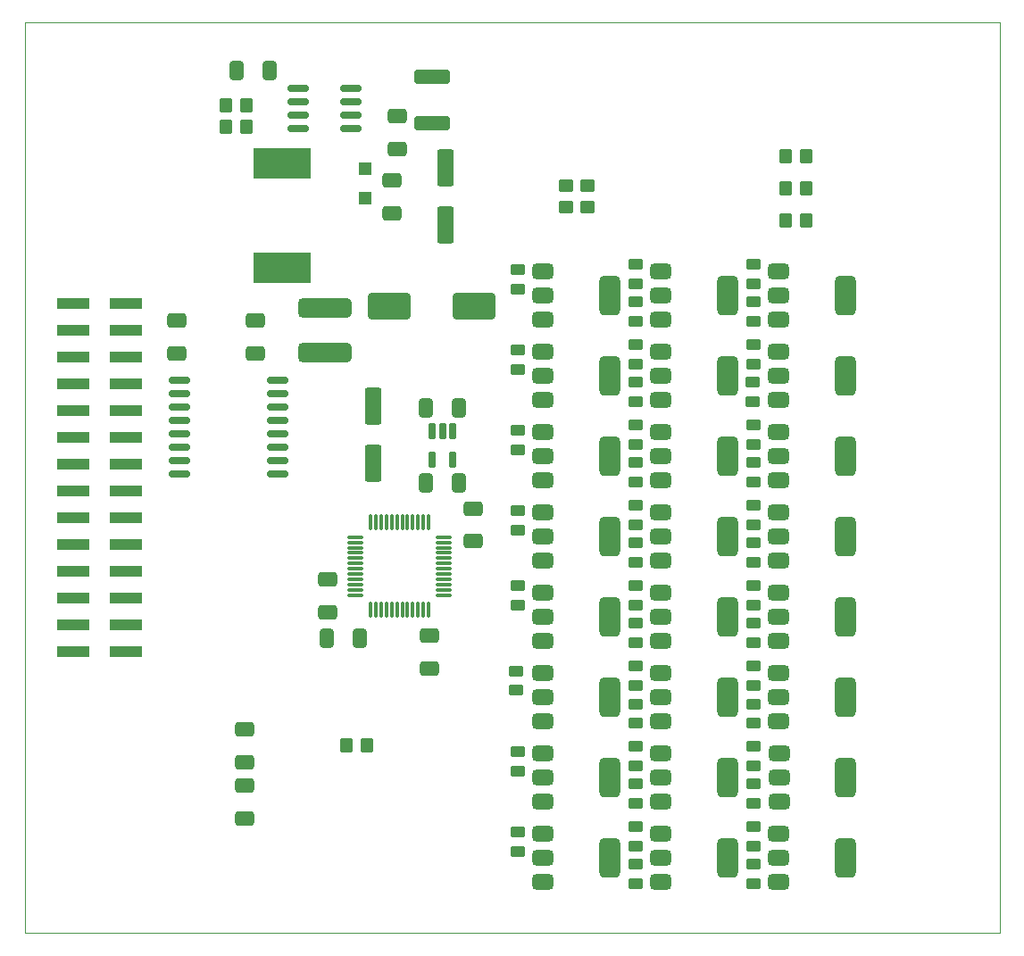
<source format=gtp>
%TF.GenerationSoftware,KiCad,Pcbnew,8.0.0*%
%TF.CreationDate,2024-05-10T19:48:46+02:00*%
%TF.ProjectId,plc_io_module,706c635f-696f-45f6-9d6f-64756c652e6b,1.0.0*%
%TF.SameCoordinates,Original*%
%TF.FileFunction,Paste,Top*%
%TF.FilePolarity,Positive*%
%FSLAX46Y46*%
G04 Gerber Fmt 4.6, Leading zero omitted, Abs format (unit mm)*
G04 Created by KiCad (PCBNEW 8.0.0) date 2024-05-10 19:48:46*
%MOMM*%
%LPD*%
G01*
G04 APERTURE LIST*
G04 Aperture macros list*
%AMRoundRect*
0 Rectangle with rounded corners*
0 $1 Rounding radius*
0 $2 $3 $4 $5 $6 $7 $8 $9 X,Y pos of 4 corners*
0 Add a 4 corners polygon primitive as box body*
4,1,4,$2,$3,$4,$5,$6,$7,$8,$9,$2,$3,0*
0 Add four circle primitives for the rounded corners*
1,1,$1+$1,$2,$3*
1,1,$1+$1,$4,$5*
1,1,$1+$1,$6,$7*
1,1,$1+$1,$8,$9*
0 Add four rect primitives between the rounded corners*
20,1,$1+$1,$2,$3,$4,$5,0*
20,1,$1+$1,$4,$5,$6,$7,0*
20,1,$1+$1,$6,$7,$8,$9,0*
20,1,$1+$1,$8,$9,$2,$3,0*%
G04 Aperture macros list end*
%ADD10RoundRect,0.250000X-0.650000X0.412500X-0.650000X-0.412500X0.650000X-0.412500X0.650000X0.412500X0*%
%ADD11RoundRect,0.250000X0.412500X0.650000X-0.412500X0.650000X-0.412500X-0.650000X0.412500X-0.650000X0*%
%ADD12RoundRect,0.150000X-0.875000X-0.150000X0.875000X-0.150000X0.875000X0.150000X-0.875000X0.150000X0*%
%ADD13RoundRect,0.375000X-0.625000X-0.375000X0.625000X-0.375000X0.625000X0.375000X-0.625000X0.375000X0*%
%ADD14RoundRect,0.500000X-0.500000X-1.400000X0.500000X-1.400000X0.500000X1.400000X-0.500000X1.400000X0*%
%ADD15RoundRect,0.250000X0.450000X-0.262500X0.450000X0.262500X-0.450000X0.262500X-0.450000X-0.262500X0*%
%ADD16R,3.150000X1.000000*%
%ADD17RoundRect,0.250000X0.650000X-0.412500X0.650000X0.412500X-0.650000X0.412500X-0.650000X-0.412500X0*%
%ADD18RoundRect,0.250000X-0.350000X-0.450000X0.350000X-0.450000X0.350000X0.450000X-0.350000X0.450000X0*%
%ADD19RoundRect,0.250000X0.450000X-0.350000X0.450000X0.350000X-0.450000X0.350000X-0.450000X-0.350000X0*%
%ADD20RoundRect,0.250000X-1.750000X-1.000000X1.750000X-1.000000X1.750000X1.000000X-1.750000X1.000000X0*%
%ADD21RoundRect,0.250000X-0.450000X0.262500X-0.450000X-0.262500X0.450000X-0.262500X0.450000X0.262500X0*%
%ADD22RoundRect,0.250000X0.350000X0.450000X-0.350000X0.450000X-0.350000X-0.450000X0.350000X-0.450000X0*%
%ADD23RoundRect,0.075000X0.075000X-0.662500X0.075000X0.662500X-0.075000X0.662500X-0.075000X-0.662500X0*%
%ADD24RoundRect,0.075000X0.662500X-0.075000X0.662500X0.075000X-0.662500X0.075000X-0.662500X-0.075000X0*%
%ADD25RoundRect,0.250000X-0.450000X0.350000X-0.450000X-0.350000X0.450000X-0.350000X0.450000X0.350000X0*%
%ADD26RoundRect,0.150000X-0.825000X-0.150000X0.825000X-0.150000X0.825000X0.150000X-0.825000X0.150000X0*%
%ADD27RoundRect,0.250000X-0.550000X1.500000X-0.550000X-1.500000X0.550000X-1.500000X0.550000X1.500000X0*%
%ADD28RoundRect,0.250000X-0.412500X-0.650000X0.412500X-0.650000X0.412500X0.650000X-0.412500X0.650000X0*%
%ADD29RoundRect,0.162500X-0.162500X0.617500X-0.162500X-0.617500X0.162500X-0.617500X0.162500X0.617500X0*%
%ADD30R,5.400000X2.900000*%
%ADD31RoundRect,0.250000X1.450000X-0.400000X1.450000X0.400000X-1.450000X0.400000X-1.450000X-0.400000X0*%
%ADD32R,1.200000X1.200000*%
%ADD33RoundRect,0.475000X-2.075000X0.475000X-2.075000X-0.475000X2.075000X-0.475000X2.075000X0.475000X0*%
%TA.AperFunction,Profile*%
%ADD34C,0.050000*%
%TD*%
G04 APERTURE END LIST*
D10*
%TO.C,C16*%
X141579600Y-101967900D03*
X141579600Y-105092900D03*
%TD*%
D11*
%TO.C,C15*%
X140246500Y-99568000D03*
X137121500Y-99568000D03*
%TD*%
D12*
%TO.C,U1*%
X113714000Y-89789000D03*
X113714000Y-91059000D03*
X113714000Y-92329000D03*
X113714000Y-93599000D03*
X113714000Y-94869000D03*
X113714000Y-96139000D03*
X113714000Y-97409000D03*
X113714000Y-98679000D03*
X123014000Y-98679000D03*
X123014000Y-97409000D03*
X123014000Y-96139000D03*
X123014000Y-94869000D03*
X123014000Y-93599000D03*
X123014000Y-92329000D03*
X123014000Y-91059000D03*
X123014000Y-89789000D03*
%TD*%
D13*
%TO.C,Q11*%
X159410000Y-94728000D03*
X159410000Y-97028000D03*
D14*
X165710000Y-97028000D03*
D13*
X159410000Y-99328000D03*
%TD*%
%TO.C,Q1*%
X148234000Y-79450500D03*
X148234000Y-81750500D03*
D14*
X154534000Y-81750500D03*
D13*
X148234000Y-84050500D03*
%TD*%
D15*
%TO.C,R24*%
X156972000Y-114704500D03*
X156972000Y-112879500D03*
%TD*%
D13*
%TO.C,Q21*%
X170586000Y-109968000D03*
X170586000Y-112268000D03*
D14*
X176886000Y-112268000D03*
D13*
X170586000Y-114568000D03*
%TD*%
D11*
%TO.C,C4*%
X122314100Y-60452000D03*
X119189100Y-60452000D03*
%TD*%
D15*
%TO.C,R29*%
X156972000Y-134008500D03*
X156972000Y-132183500D03*
%TD*%
%TO.C,R28*%
X156972000Y-129944500D03*
X156972000Y-128119500D03*
%TD*%
D16*
%TO.C,J1*%
X103647000Y-82550000D03*
X108697000Y-82550000D03*
X103647000Y-85090000D03*
X108697000Y-85090000D03*
X103647000Y-87630000D03*
X108697000Y-87630000D03*
X103647000Y-90170000D03*
X108697000Y-90170000D03*
X103647000Y-92710000D03*
X108697000Y-92710000D03*
X103647000Y-95250000D03*
X108697000Y-95250000D03*
X103647000Y-97790000D03*
X108697000Y-97790000D03*
X103647000Y-100330000D03*
X108697000Y-100330000D03*
X103647000Y-102870000D03*
X108697000Y-102870000D03*
X103647000Y-105410000D03*
X108697000Y-105410000D03*
X103647000Y-107950000D03*
X108697000Y-107950000D03*
X103647000Y-110490000D03*
X108697000Y-110490000D03*
X103647000Y-113030000D03*
X108697000Y-113030000D03*
X103647000Y-115570000D03*
X108697000Y-115570000D03*
%TD*%
D17*
%TO.C,C6*%
X127762000Y-111798500D03*
X127762000Y-108673500D03*
%TD*%
D18*
%TO.C,R3*%
X129556000Y-124460000D03*
X131556000Y-124460000D03*
%TD*%
D19*
%TO.C,R13*%
X150368000Y-73390000D03*
X150368000Y-71390000D03*
%TD*%
D13*
%TO.C,Q7*%
X148234000Y-125208000D03*
X148234000Y-127508000D03*
D14*
X154534000Y-127508000D03*
D13*
X148234000Y-129808000D03*
%TD*%
%TO.C,Q18*%
X170586000Y-87108000D03*
X170586000Y-89408000D03*
D14*
X176886000Y-89408000D03*
D13*
X170586000Y-91708000D03*
%TD*%
%TO.C,Q8*%
X148234000Y-132828000D03*
X148234000Y-135128000D03*
D14*
X154534000Y-135128000D03*
D13*
X148234000Y-137428000D03*
%TD*%
D18*
%TO.C,R48*%
X171212000Y-71628000D03*
X173212000Y-71628000D03*
%TD*%
D13*
%TO.C,Q14*%
X159410000Y-117588000D03*
X159410000Y-119888000D03*
D14*
X165710000Y-119888000D03*
D13*
X159410000Y-122188000D03*
%TD*%
D15*
%TO.C,R8*%
X145796000Y-103999000D03*
X145796000Y-102174000D03*
%TD*%
%TO.C,R6*%
X145796000Y-88796500D03*
X145796000Y-86971500D03*
%TD*%
D20*
%TO.C,C11*%
X133668000Y-82804000D03*
X141668000Y-82804000D03*
%TD*%
D21*
%TO.C,R33*%
X168148000Y-86463500D03*
X168148000Y-88288500D03*
%TD*%
%TO.C,R31*%
X168185500Y-78843500D03*
X168185500Y-80668500D03*
%TD*%
D22*
%TO.C,R1*%
X120126000Y-63754000D03*
X118126000Y-63754000D03*
%TD*%
D15*
%TO.C,R25*%
X156972000Y-118768500D03*
X156972000Y-116943500D03*
%TD*%
D23*
%TO.C,U3*%
X131870000Y-111604500D03*
X132370000Y-111604500D03*
X132870000Y-111604500D03*
X133370000Y-111604500D03*
X133870000Y-111604500D03*
X134370000Y-111604500D03*
X134870000Y-111604500D03*
X135370000Y-111604500D03*
X135870000Y-111604500D03*
X136370000Y-111604500D03*
X136870000Y-111604500D03*
X137370000Y-111604500D03*
D24*
X138782500Y-110192000D03*
X138782500Y-109692000D03*
X138782500Y-109192000D03*
X138782500Y-108692000D03*
X138782500Y-108192000D03*
X138782500Y-107692000D03*
X138782500Y-107192000D03*
X138782500Y-106692000D03*
X138782500Y-106192000D03*
X138782500Y-105692000D03*
X138782500Y-105192000D03*
X138782500Y-104692000D03*
D23*
X137370000Y-103279500D03*
X136870000Y-103279500D03*
X136370000Y-103279500D03*
X135870000Y-103279500D03*
X135370000Y-103279500D03*
X134870000Y-103279500D03*
X134370000Y-103279500D03*
X133870000Y-103279500D03*
X133370000Y-103279500D03*
X132870000Y-103279500D03*
X132370000Y-103279500D03*
X131870000Y-103279500D03*
D24*
X130457500Y-104692000D03*
X130457500Y-105192000D03*
X130457500Y-105692000D03*
X130457500Y-106192000D03*
X130457500Y-106692000D03*
X130457500Y-107192000D03*
X130457500Y-107692000D03*
X130457500Y-108192000D03*
X130457500Y-108692000D03*
X130457500Y-109192000D03*
X130457500Y-109692000D03*
X130457500Y-110192000D03*
%TD*%
D15*
%TO.C,R46*%
X168148000Y-137564500D03*
X168148000Y-135739500D03*
%TD*%
%TO.C,R26*%
X156972000Y-122362000D03*
X156972000Y-120537000D03*
%TD*%
D25*
%TO.C,R14*%
X152400000Y-71390000D03*
X152400000Y-73390000D03*
%TD*%
D21*
%TO.C,R37*%
X168148000Y-101666000D03*
X168148000Y-103491000D03*
%TD*%
D26*
%TO.C,U2*%
X125033000Y-62103000D03*
X125033000Y-63373000D03*
X125033000Y-64643000D03*
X125033000Y-65913000D03*
X129983000Y-65913000D03*
X129983000Y-64643000D03*
X129983000Y-63373000D03*
X129983000Y-62103000D03*
%TD*%
D13*
%TO.C,Q2*%
X148234000Y-87108000D03*
X148234000Y-89408000D03*
D14*
X154534000Y-89408000D03*
D13*
X148234000Y-91708000D03*
%TD*%
D27*
%TO.C,C13*%
X138938000Y-69690000D03*
X138938000Y-75090000D03*
%TD*%
D17*
%TO.C,C9*%
X133858000Y-73952500D03*
X133858000Y-70827500D03*
%TD*%
D21*
%TO.C,R39*%
X168148000Y-109323500D03*
X168148000Y-111148500D03*
%TD*%
D13*
%TO.C,Q4*%
X148234000Y-102348000D03*
X148234000Y-104648000D03*
D14*
X154534000Y-104648000D03*
D13*
X148234000Y-106948000D03*
%TD*%
%TO.C,Q20*%
X170586000Y-102348000D03*
X170586000Y-104648000D03*
D14*
X176886000Y-104648000D03*
D13*
X170586000Y-106948000D03*
%TD*%
D28*
%TO.C,C14*%
X137121500Y-92456000D03*
X140246500Y-92456000D03*
%TD*%
D15*
%TO.C,R40*%
X168148000Y-114704500D03*
X168148000Y-112879500D03*
%TD*%
D29*
%TO.C,U4*%
X139634000Y-94662000D03*
X138684000Y-94662000D03*
X137734000Y-94662000D03*
X137734000Y-97362000D03*
X139634000Y-97362000D03*
%TD*%
D17*
%TO.C,C5*%
X120904000Y-87236700D03*
X120904000Y-84111700D03*
%TD*%
D18*
%TO.C,R2*%
X118126000Y-65786000D03*
X120126000Y-65786000D03*
%TD*%
D17*
%TO.C,C1*%
X113512600Y-87236700D03*
X113512600Y-84111700D03*
%TD*%
D13*
%TO.C,Q10*%
X159410000Y-87108000D03*
X159410000Y-89408000D03*
D14*
X165710000Y-89408000D03*
D13*
X159410000Y-91708000D03*
%TD*%
D15*
%TO.C,R30*%
X156972000Y-137564500D03*
X156972000Y-135739500D03*
%TD*%
D13*
%TO.C,Q16*%
X159410000Y-132828000D03*
X159410000Y-135128000D03*
D14*
X165710000Y-135128000D03*
D13*
X159410000Y-137428000D03*
%TD*%
%TO.C,Q19*%
X170586000Y-94728000D03*
X170586000Y-97028000D03*
D14*
X176886000Y-97028000D03*
D13*
X170586000Y-99328000D03*
%TD*%
D30*
%TO.C,L1*%
X123444000Y-69218000D03*
X123444000Y-79118000D03*
%TD*%
D15*
%TO.C,R7*%
X145796000Y-96416500D03*
X145796000Y-94591500D03*
%TD*%
D13*
%TO.C,Q17*%
X170586000Y-79488000D03*
X170586000Y-81788000D03*
D14*
X176886000Y-81788000D03*
D13*
X170586000Y-84088000D03*
%TD*%
D15*
%TO.C,R12*%
X145796000Y-134516500D03*
X145796000Y-132691500D03*
%TD*%
D18*
%TO.C,R47*%
X171212000Y-68580000D03*
X173212000Y-68580000D03*
%TD*%
D15*
%TO.C,R27*%
X156972000Y-126388500D03*
X156972000Y-124563500D03*
%TD*%
%TO.C,R42*%
X168148000Y-122362000D03*
X168148000Y-120537000D03*
%TD*%
D31*
%TO.C,R4*%
X137668000Y-65471000D03*
X137668000Y-61021000D03*
%TD*%
D27*
%TO.C,C8*%
X132080000Y-92296000D03*
X132080000Y-97696000D03*
%TD*%
D15*
%TO.C,R10*%
X145620000Y-119210500D03*
X145620000Y-117385500D03*
%TD*%
D21*
%TO.C,R41*%
X168148000Y-116943500D03*
X168148000Y-118768500D03*
%TD*%
D15*
%TO.C,R11*%
X145796000Y-126896500D03*
X145796000Y-125071500D03*
%TD*%
D32*
%TO.C,D1*%
X131318000Y-72520000D03*
X131318000Y-69720000D03*
%TD*%
D15*
%TO.C,R21*%
X156972000Y-103491000D03*
X156972000Y-101666000D03*
%TD*%
D10*
%TO.C,C12*%
X137414000Y-114007500D03*
X137414000Y-117132500D03*
%TD*%
D15*
%TO.C,R36*%
X168148000Y-99464500D03*
X168148000Y-97639500D03*
%TD*%
D13*
%TO.C,Q3*%
X148234000Y-94728000D03*
X148234000Y-97028000D03*
D14*
X154534000Y-97028000D03*
D13*
X148234000Y-99328000D03*
%TD*%
D15*
%TO.C,R44*%
X168148000Y-129944500D03*
X168148000Y-128119500D03*
%TD*%
D10*
%TO.C,C3*%
X119888000Y-128231500D03*
X119888000Y-131356500D03*
%TD*%
D21*
%TO.C,R43*%
X168148000Y-124526000D03*
X168148000Y-126351000D03*
%TD*%
D15*
%TO.C,R20*%
X157009500Y-99464500D03*
X157009500Y-97639500D03*
%TD*%
D13*
%TO.C,Q9*%
X159410000Y-79488000D03*
X159410000Y-81788000D03*
D14*
X165710000Y-81788000D03*
D13*
X159410000Y-84088000D03*
%TD*%
D15*
%TO.C,R9*%
X145796000Y-111148500D03*
X145796000Y-109323500D03*
%TD*%
%TO.C,R34*%
X168132000Y-91844500D03*
X168132000Y-90019500D03*
%TD*%
%TO.C,R5*%
X145833500Y-81139000D03*
X145833500Y-79314000D03*
%TD*%
D11*
%TO.C,C7*%
X130848500Y-114300000D03*
X127723500Y-114300000D03*
%TD*%
D13*
%TO.C,Q6*%
X148234000Y-117588000D03*
X148234000Y-119888000D03*
D14*
X154534000Y-119888000D03*
D13*
X148234000Y-122188000D03*
%TD*%
D15*
%TO.C,R17*%
X156972000Y-88288500D03*
X156972000Y-86463500D03*
%TD*%
%TO.C,R18*%
X156972000Y-91844500D03*
X156972000Y-90019500D03*
%TD*%
%TO.C,R16*%
X157009500Y-84224500D03*
X157009500Y-82399500D03*
%TD*%
%TO.C,R23*%
X156972000Y-111148500D03*
X156972000Y-109323500D03*
%TD*%
D33*
%TO.C,L2*%
X127508000Y-82990000D03*
X127508000Y-87190000D03*
%TD*%
D13*
%TO.C,Q13*%
X159410000Y-109968000D03*
X159410000Y-112268000D03*
D14*
X165710000Y-112268000D03*
D13*
X159410000Y-114568000D03*
%TD*%
D15*
%TO.C,R32*%
X168185500Y-84224500D03*
X168185500Y-82399500D03*
%TD*%
D21*
%TO.C,R35*%
X168148000Y-94083500D03*
X168148000Y-95908500D03*
%TD*%
D10*
%TO.C,C10*%
X134366000Y-64731500D03*
X134366000Y-67856500D03*
%TD*%
D13*
%TO.C,Q22*%
X170586000Y-117588000D03*
X170586000Y-119888000D03*
D14*
X176886000Y-119888000D03*
D13*
X170586000Y-122188000D03*
%TD*%
%TO.C,Q15*%
X159410000Y-125208000D03*
X159410000Y-127508000D03*
D14*
X165710000Y-127508000D03*
D13*
X159410000Y-129808000D03*
%TD*%
D15*
%TO.C,R19*%
X156972000Y-95908500D03*
X156972000Y-94083500D03*
%TD*%
D13*
%TO.C,Q23*%
X170623500Y-125208000D03*
X170623500Y-127508000D03*
D14*
X176923500Y-127508000D03*
D13*
X170623500Y-129808000D03*
%TD*%
%TO.C,Q5*%
X148234000Y-109968000D03*
X148234000Y-112268000D03*
D14*
X154534000Y-112268000D03*
D13*
X148234000Y-114568000D03*
%TD*%
D21*
%TO.C,R45*%
X168148000Y-132183500D03*
X168148000Y-134008500D03*
%TD*%
D17*
%TO.C,C2*%
X119888000Y-126022500D03*
X119888000Y-122897500D03*
%TD*%
D13*
%TO.C,Q12*%
X159410000Y-102348000D03*
X159410000Y-104648000D03*
D14*
X165710000Y-104648000D03*
D13*
X159410000Y-106948000D03*
%TD*%
%TO.C,Q24*%
X170586000Y-132828000D03*
X170586000Y-135128000D03*
D14*
X176886000Y-135128000D03*
D13*
X170586000Y-137428000D03*
%TD*%
D18*
%TO.C,R49*%
X171212000Y-74676000D03*
X173212000Y-74676000D03*
%TD*%
D15*
%TO.C,R38*%
X168148000Y-107084500D03*
X168148000Y-105259500D03*
%TD*%
%TO.C,R15*%
X157009500Y-80631000D03*
X157009500Y-78806000D03*
%TD*%
%TO.C,R22*%
X156972000Y-107084500D03*
X156972000Y-105259500D03*
%TD*%
D34*
X99060000Y-55880000D02*
X191516000Y-55880000D01*
X191516000Y-142240000D01*
X99060000Y-142240000D01*
X99060000Y-55880000D01*
M02*

</source>
